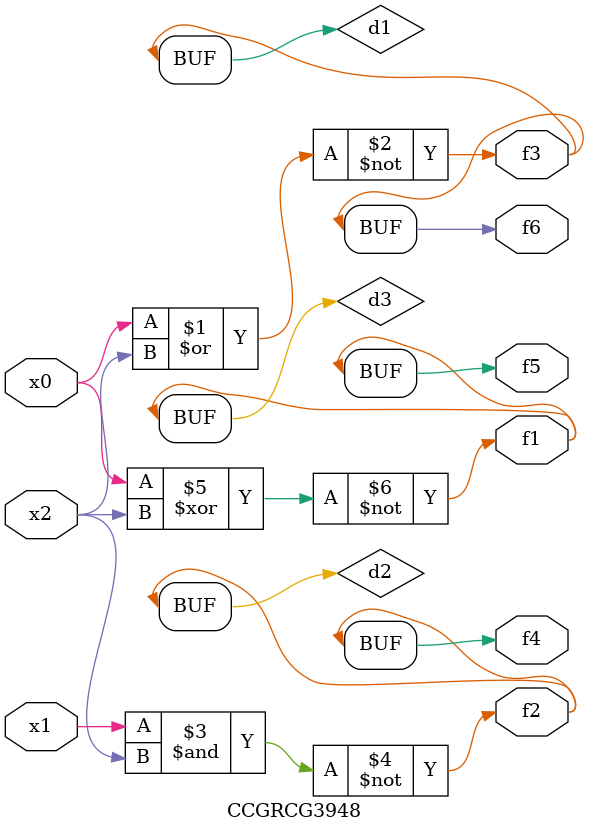
<source format=v>
module CCGRCG3948(
	input x0, x1, x2,
	output f1, f2, f3, f4, f5, f6
);

	wire d1, d2, d3;

	nor (d1, x0, x2);
	nand (d2, x1, x2);
	xnor (d3, x0, x2);
	assign f1 = d3;
	assign f2 = d2;
	assign f3 = d1;
	assign f4 = d2;
	assign f5 = d3;
	assign f6 = d1;
endmodule

</source>
